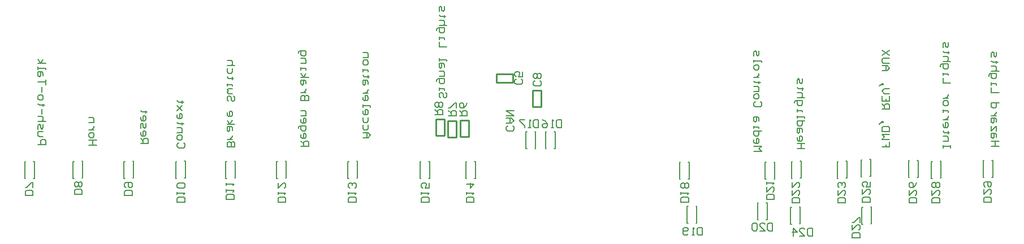
<source format=gbo>
G04 Layer_Color=32896*
%FSLAX44Y44*%
%MOMM*%
G71*
G01*
G75*
%ADD20C,0.2540*%
%ADD37C,0.1905*%
%ADD60C,0.1270*%
D20*
X729080Y198570D02*
X741580D01*
X729080D02*
Y223070D01*
X741580D01*
Y198570D02*
Y223070D01*
X873860Y266250D02*
X886360D01*
Y241750D02*
Y266250D01*
X873860Y241750D02*
X886360D01*
X873860D02*
Y266250D01*
X765910Y197300D02*
X778410D01*
X765910D02*
Y221800D01*
X778410D01*
Y197300D02*
Y221800D01*
X819600Y278230D02*
Y290730D01*
X844100D01*
Y278230D02*
Y290730D01*
X819600Y278230D02*
X844100D01*
X746860Y196030D02*
X759360D01*
X746860D02*
Y220530D01*
X759360D01*
Y196030D02*
Y220530D01*
D37*
X125726Y109220D02*
X114300D01*
Y114933D01*
X116204Y116838D01*
X123822D01*
X125726Y114933D01*
Y109220D01*
Y120646D02*
Y128264D01*
X123822D01*
X116204Y120646D01*
X114300D01*
X856612Y283207D02*
X858516Y281303D01*
Y277494D01*
X856612Y275590D01*
X848994D01*
X847090Y277494D01*
Y281303D01*
X848994Y283207D01*
X858516Y294634D02*
Y287016D01*
X852803D01*
X854707Y290825D01*
Y292729D01*
X852803Y294634D01*
X848994D01*
X847090Y292729D01*
Y288921D01*
X848994Y287016D01*
X764540Y228600D02*
X775966D01*
Y234313D01*
X774062Y236217D01*
X770253D01*
X768349Y234313D01*
Y228600D01*
Y232409D02*
X764540Y236217D01*
X775966Y247644D02*
X774062Y243835D01*
X770253Y240026D01*
X766444D01*
X764540Y241931D01*
Y245739D01*
X766444Y247644D01*
X768349D01*
X770253Y245739D01*
Y240026D01*
X748030Y228600D02*
X759456D01*
Y234313D01*
X757552Y236217D01*
X753743D01*
X751839Y234313D01*
Y228600D01*
Y232409D02*
X748030Y236217D01*
X759456Y240026D02*
Y247644D01*
X757552D01*
X749934Y240026D01*
X748030D01*
X727710Y229870D02*
X739136D01*
Y235583D01*
X737232Y237488D01*
X733423D01*
X731519Y235583D01*
Y229870D01*
Y233679D02*
X727710Y237488D01*
X737232Y241296D02*
X739136Y243201D01*
Y247010D01*
X737232Y248914D01*
X735328D01*
X733423Y247010D01*
X731519Y248914D01*
X729614D01*
X727710Y247010D01*
Y243201D01*
X729614Y241296D01*
X731519D01*
X733423Y243201D01*
X735328Y241296D01*
X737232D01*
X733423Y243201D02*
Y247010D01*
X884552Y280667D02*
X886456Y278763D01*
Y274954D01*
X884552Y273050D01*
X876934D01*
X875030Y274954D01*
Y278763D01*
X876934Y280667D01*
X884552Y284476D02*
X886456Y286381D01*
Y290189D01*
X884552Y292094D01*
X882647D01*
X880743Y290189D01*
X878839Y292094D01*
X876934D01*
X875030Y290189D01*
Y286381D01*
X876934Y284476D01*
X878839D01*
X880743Y286381D01*
X882647Y284476D01*
X884552D01*
X880743Y286381D02*
Y290189D01*
X199386Y110490D02*
X187960D01*
Y116203D01*
X189864Y118108D01*
X197482D01*
X199386Y116203D01*
Y110490D01*
X197482Y121916D02*
X199386Y123821D01*
Y127629D01*
X197482Y129534D01*
X195578D01*
X193673Y127629D01*
X191769Y129534D01*
X189864D01*
X187960Y127629D01*
Y123821D01*
X189864Y121916D01*
X191769D01*
X193673Y123821D01*
X195578Y121916D01*
X197482D01*
X193673Y123821D02*
Y127629D01*
X274316Y109220D02*
X262890D01*
Y114933D01*
X264794Y116838D01*
X272412D01*
X274316Y114933D01*
Y109220D01*
X264794Y120646D02*
X262890Y122551D01*
Y126360D01*
X264794Y128264D01*
X272412D01*
X274316Y126360D01*
Y122551D01*
X272412Y120646D01*
X270508D01*
X268603Y122551D01*
Y128264D01*
X353056Y99060D02*
X341630D01*
Y104773D01*
X343534Y106678D01*
X351152D01*
X353056Y104773D01*
Y99060D01*
X341630Y110486D02*
Y114295D01*
Y112391D01*
X353056D01*
X351152Y110486D01*
Y120008D02*
X353056Y121913D01*
Y125721D01*
X351152Y127626D01*
X343534D01*
X341630Y125721D01*
Y121913D01*
X343534Y120008D01*
X351152D01*
X426716Y102870D02*
X415290D01*
Y108583D01*
X417194Y110487D01*
X424812D01*
X426716Y108583D01*
Y102870D01*
X415290Y114296D02*
Y118105D01*
Y116201D01*
X426716D01*
X424812Y114296D01*
X415290Y123818D02*
Y127627D01*
Y125723D01*
X426716D01*
X424812Y123818D01*
X504186Y99060D02*
X492760D01*
Y104773D01*
X494664Y106678D01*
X502282D01*
X504186Y104773D01*
Y99060D01*
X492760Y110486D02*
Y114295D01*
Y112391D01*
X504186D01*
X502282Y110486D01*
X492760Y127626D02*
Y120008D01*
X500378Y127626D01*
X502282D01*
X504186Y125721D01*
Y121913D01*
X502282Y120008D01*
X609596Y99060D02*
X598170D01*
Y104773D01*
X600074Y106678D01*
X607692D01*
X609596Y104773D01*
Y99060D01*
X598170Y110486D02*
Y114295D01*
Y112391D01*
X609596D01*
X607692Y110486D01*
Y120008D02*
X609596Y121913D01*
Y125721D01*
X607692Y127626D01*
X605788D01*
X603883Y125721D01*
Y123817D01*
Y125721D01*
X601979Y127626D01*
X600074D01*
X598170Y125721D01*
Y121913D01*
X600074Y120008D01*
X786126Y99060D02*
X774700D01*
Y104773D01*
X776604Y106678D01*
X784222D01*
X786126Y104773D01*
Y99060D01*
X774700Y110486D02*
Y114295D01*
Y112391D01*
X786126D01*
X784222Y110486D01*
X774700Y125721D02*
X786126D01*
X780413Y120008D01*
Y127626D01*
X718816Y99060D02*
X707390D01*
Y104773D01*
X709294Y106678D01*
X716912D01*
X718816Y104773D01*
Y99060D01*
X707390Y110486D02*
Y114295D01*
Y112391D01*
X718816D01*
X716912Y110486D01*
X718816Y127626D02*
Y120008D01*
X713103D01*
X715007Y123817D01*
Y125721D01*
X713103Y127626D01*
X709294D01*
X707390Y125721D01*
Y121913D01*
X709294Y120008D01*
X916940Y222246D02*
Y210820D01*
X911227D01*
X909323Y212724D01*
Y220342D01*
X911227Y222246D01*
X916940D01*
X905514Y210820D02*
X901705D01*
X903609D01*
Y222246D01*
X905514Y220342D01*
X888374Y222246D02*
X892183Y220342D01*
X895992Y216533D01*
Y212724D01*
X894087Y210820D01*
X890279D01*
X888374Y212724D01*
Y214629D01*
X890279Y216533D01*
X895992D01*
X882650Y222246D02*
Y210820D01*
X876937D01*
X875033Y212724D01*
Y220342D01*
X876937Y222246D01*
X882650D01*
X871224Y210820D02*
X867415D01*
X869319D01*
Y222246D01*
X871224Y220342D01*
X861702Y222246D02*
X854084D01*
Y220342D01*
X861702Y212724D01*
Y210820D01*
X1292860Y59686D02*
Y48260D01*
X1287147D01*
X1285242Y50164D01*
Y57782D01*
X1287147Y59686D01*
X1292860D01*
X1273816Y48260D02*
X1281434D01*
X1273816Y55877D01*
Y57782D01*
X1275721Y59686D01*
X1279529D01*
X1281434Y57782D01*
X1264294Y48260D02*
Y59686D01*
X1270007Y53973D01*
X1262390D01*
X1107436Y99060D02*
X1096010D01*
Y104773D01*
X1097914Y106678D01*
X1105532D01*
X1107436Y104773D01*
Y99060D01*
X1096010Y110486D02*
Y114295D01*
Y112391D01*
X1107436D01*
X1105532Y110486D01*
Y120008D02*
X1107436Y121913D01*
Y125721D01*
X1105532Y127626D01*
X1103627D01*
X1101723Y125721D01*
X1099819Y127626D01*
X1097914D01*
X1096010Y125721D01*
Y121913D01*
X1097914Y120008D01*
X1099819D01*
X1101723Y121913D01*
X1103627Y120008D01*
X1105532D01*
X1101723Y121913D02*
Y125721D01*
X1127760Y60956D02*
Y49530D01*
X1122047D01*
X1120143Y51434D01*
Y59052D01*
X1122047Y60956D01*
X1127760D01*
X1116334Y49530D02*
X1112525D01*
X1114429D01*
Y60956D01*
X1116334Y59052D01*
X1106812Y51434D02*
X1104907Y49530D01*
X1101099D01*
X1099194Y51434D01*
Y59052D01*
X1101099Y60956D01*
X1104907D01*
X1106812Y59052D01*
Y57147D01*
X1104907Y55243D01*
X1099194D01*
X1233170Y67306D02*
Y55880D01*
X1227457D01*
X1225553Y57784D01*
Y65402D01*
X1227457Y67306D01*
X1233170D01*
X1214126Y55880D02*
X1221744D01*
X1214126Y63498D01*
Y65402D01*
X1216031Y67306D01*
X1219839D01*
X1221744Y65402D01*
X1210317D02*
X1208413Y67306D01*
X1204604D01*
X1202700Y65402D01*
Y57784D01*
X1204604Y55880D01*
X1208413D01*
X1210317Y57784D01*
Y65402D01*
X1235706Y102870D02*
X1224280D01*
Y108583D01*
X1226184Y110487D01*
X1233802D01*
X1235706Y108583D01*
Y102870D01*
X1224280Y121914D02*
Y114296D01*
X1231898Y121914D01*
X1233802D01*
X1235706Y120009D01*
Y116201D01*
X1233802Y114296D01*
X1224280Y125723D02*
Y129531D01*
Y127627D01*
X1235706D01*
X1233802Y125723D01*
X1273806Y97790D02*
X1262380D01*
Y103503D01*
X1264284Y105407D01*
X1271902D01*
X1273806Y103503D01*
Y97790D01*
X1262380Y116834D02*
Y109216D01*
X1269997Y116834D01*
X1271902D01*
X1273806Y114930D01*
Y111121D01*
X1271902Y109216D01*
X1262380Y128260D02*
Y120643D01*
X1269997Y128260D01*
X1271902D01*
X1273806Y126356D01*
Y122547D01*
X1271902Y120643D01*
X1342386Y97790D02*
X1330960D01*
Y103503D01*
X1332864Y105407D01*
X1340482D01*
X1342386Y103503D01*
Y97790D01*
X1330960Y116834D02*
Y109216D01*
X1338578Y116834D01*
X1340482D01*
X1342386Y114930D01*
Y111121D01*
X1340482Y109216D01*
Y120643D02*
X1342386Y122547D01*
Y126356D01*
X1340482Y128260D01*
X1338578D01*
X1336673Y126356D01*
Y124451D01*
Y126356D01*
X1334769Y128260D01*
X1332864D01*
X1330960Y126356D01*
Y122547D01*
X1332864Y120643D01*
X1379216Y99060D02*
X1367790D01*
Y104773D01*
X1369694Y106678D01*
X1377312D01*
X1379216Y104773D01*
Y99060D01*
X1367790Y118104D02*
Y110486D01*
X1375408Y118104D01*
X1377312D01*
X1379216Y116200D01*
Y112391D01*
X1377312Y110486D01*
X1379216Y129530D02*
Y121913D01*
X1373503D01*
X1375408Y125721D01*
Y127626D01*
X1373503Y129530D01*
X1369694D01*
X1367790Y127626D01*
Y123817D01*
X1369694Y121913D01*
X1449066Y97790D02*
X1437640D01*
Y103503D01*
X1439544Y105407D01*
X1447162D01*
X1449066Y103503D01*
Y97790D01*
X1437640Y116834D02*
Y109216D01*
X1445258Y116834D01*
X1447162D01*
X1449066Y114930D01*
Y111121D01*
X1447162Y109216D01*
X1449066Y128260D02*
X1447162Y124451D01*
X1443353Y120643D01*
X1439544D01*
X1437640Y122547D01*
Y126356D01*
X1439544Y128260D01*
X1441449D01*
X1443353Y126356D01*
Y120643D01*
X1363976Y45720D02*
X1352550D01*
Y51433D01*
X1354454Y53337D01*
X1362072D01*
X1363976Y51433D01*
Y45720D01*
X1352550Y64764D02*
Y57146D01*
X1360168Y64764D01*
X1362072D01*
X1363976Y62860D01*
Y59051D01*
X1362072Y57146D01*
X1363976Y68573D02*
Y76190D01*
X1362072D01*
X1354454Y68573D01*
X1352550D01*
X1483356Y97790D02*
X1471930D01*
Y103503D01*
X1473834Y105407D01*
X1481452D01*
X1483356Y103503D01*
Y97790D01*
X1471930Y116834D02*
Y109216D01*
X1479547Y116834D01*
X1481452D01*
X1483356Y114930D01*
Y111121D01*
X1481452Y109216D01*
Y120643D02*
X1483356Y122547D01*
Y126356D01*
X1481452Y128260D01*
X1479547D01*
X1477643Y126356D01*
X1475739Y128260D01*
X1473834D01*
X1471930Y126356D01*
Y122547D01*
X1473834Y120643D01*
X1475739D01*
X1477643Y122547D01*
X1479547Y120643D01*
X1481452D01*
X1477643Y122547D02*
Y126356D01*
X1560826Y99060D02*
X1549400D01*
Y104773D01*
X1551304Y106678D01*
X1558922D01*
X1560826Y104773D01*
Y99060D01*
X1549400Y118104D02*
Y110486D01*
X1557018Y118104D01*
X1558922D01*
X1560826Y116200D01*
Y112391D01*
X1558922Y110486D01*
X1551304Y121913D02*
X1549400Y123817D01*
Y127626D01*
X1551304Y129530D01*
X1558922D01*
X1560826Y127626D01*
Y123817D01*
X1558922Y121913D01*
X1557018D01*
X1555113Y123817D01*
Y129530D01*
X1572256Y182880D02*
X1560830D01*
X1566543D01*
Y190497D01*
X1572256D01*
X1560830D01*
X1568448Y196211D02*
Y200019D01*
X1566543Y201924D01*
X1560830D01*
Y196211D01*
X1562734Y194306D01*
X1564639Y196211D01*
Y201924D01*
X1568448Y205733D02*
Y213350D01*
X1560830Y205733D01*
Y213350D01*
X1568448Y219063D02*
Y222872D01*
X1566543Y224776D01*
X1560830D01*
Y219063D01*
X1562734Y217159D01*
X1564639Y219063D01*
Y224776D01*
X1568448Y228585D02*
X1560830D01*
X1564639D01*
X1566543Y230490D01*
X1568448Y232394D01*
Y234298D01*
X1572256Y247629D02*
X1560830D01*
Y241916D01*
X1562734Y240012D01*
X1566543D01*
X1568448Y241916D01*
Y247629D01*
X1572256Y262864D02*
X1560830D01*
Y270482D01*
Y274291D02*
Y278099D01*
Y276195D01*
X1568448D01*
Y274291D01*
X1557021Y287621D02*
Y289526D01*
X1558926Y291430D01*
X1568448D01*
Y285717D01*
X1566543Y283813D01*
X1562734D01*
X1560830Y285717D01*
Y291430D01*
X1572256Y295239D02*
X1560830D01*
X1566543D01*
X1568448Y297143D01*
Y300952D01*
X1566543Y302856D01*
X1560830D01*
X1570352Y308570D02*
X1568448D01*
Y306665D01*
Y310474D01*
Y308570D01*
X1562734D01*
X1560830Y310474D01*
Y316187D02*
Y321900D01*
X1562734Y323805D01*
X1564639Y321900D01*
Y318091D01*
X1566543Y316187D01*
X1568448Y318091D01*
Y323805D01*
X1499866Y180340D02*
Y184149D01*
Y182244D01*
X1488440D01*
Y180340D01*
Y184149D01*
Y189862D02*
X1496057D01*
Y195575D01*
X1494153Y197479D01*
X1488440D01*
X1497962Y203193D02*
X1496057D01*
Y201288D01*
Y205097D01*
Y203193D01*
X1490344D01*
X1488440Y205097D01*
Y216523D02*
Y212715D01*
X1490344Y210810D01*
X1494153D01*
X1496057Y212715D01*
Y216523D01*
X1494153Y218428D01*
X1492249D01*
Y210810D01*
X1496057Y222236D02*
X1488440D01*
X1492249D01*
X1494153Y224141D01*
X1496057Y226045D01*
Y227950D01*
X1488440Y233663D02*
Y237472D01*
Y235567D01*
X1496057D01*
Y233663D01*
X1488440Y245089D02*
Y248898D01*
X1490344Y250802D01*
X1494153D01*
X1496057Y248898D01*
Y245089D01*
X1494153Y243185D01*
X1490344D01*
X1488440Y245089D01*
X1496057Y254611D02*
X1488440D01*
X1492249D01*
X1494153Y256515D01*
X1496057Y258420D01*
Y260324D01*
X1499866Y277464D02*
X1488440D01*
Y285081D01*
Y288890D02*
Y292699D01*
Y290794D01*
X1496057D01*
Y288890D01*
X1484631Y302221D02*
Y304125D01*
X1486536Y306029D01*
X1496057D01*
Y300316D01*
X1494153Y298412D01*
X1490344D01*
X1488440Y300316D01*
Y306029D01*
X1499866Y309838D02*
X1488440D01*
X1494153D01*
X1496057Y311743D01*
Y315551D01*
X1494153Y317456D01*
X1488440D01*
X1497962Y323169D02*
X1496057D01*
Y321265D01*
Y325073D01*
Y323169D01*
X1490344D01*
X1488440Y325073D01*
Y330787D02*
Y336500D01*
X1490344Y338404D01*
X1492249Y336500D01*
Y332691D01*
X1494153Y330787D01*
X1496057Y332691D01*
Y338404D01*
X1408426Y189228D02*
Y181610D01*
X1402713D01*
Y185419D01*
Y181610D01*
X1397000D01*
X1408426Y193036D02*
X1397000D01*
X1400809Y196845D01*
X1397000Y200654D01*
X1408426D01*
Y204463D02*
X1397000D01*
Y210176D01*
X1398904Y212080D01*
X1406522D01*
X1408426Y210176D01*
Y204463D01*
X1395096Y217793D02*
X1397000Y219698D01*
X1398904D01*
Y217793D01*
X1397000D01*
Y219698D01*
X1395096Y217793D01*
X1393191Y215889D01*
X1397000Y238742D02*
X1408426D01*
Y244455D01*
X1406522Y246359D01*
X1402713D01*
X1400809Y244455D01*
Y238742D01*
Y242550D02*
X1397000Y246359D01*
X1408426Y257785D02*
Y250168D01*
X1397000D01*
Y257785D01*
X1402713Y250168D02*
Y253977D01*
X1408426Y261594D02*
X1400809D01*
X1397000Y265403D01*
X1400809Y269212D01*
X1408426D01*
X1395096Y274925D02*
X1397000Y276829D01*
X1398904D01*
Y274925D01*
X1397000D01*
Y276829D01*
X1395096Y274925D01*
X1393191Y273020D01*
X1397000Y295873D02*
X1404617D01*
X1408426Y299682D01*
X1404617Y303491D01*
X1397000D01*
X1402713D01*
Y295873D01*
X1408426Y307299D02*
X1398904D01*
X1397000Y309204D01*
Y313013D01*
X1398904Y314917D01*
X1408426D01*
Y318726D02*
X1397000Y326343D01*
X1408426D02*
X1397000Y318726D01*
X1281426Y179070D02*
X1270000D01*
X1275713D01*
Y186688D01*
X1281426D01*
X1270000D01*
Y196210D02*
Y192401D01*
X1271904Y190496D01*
X1275713D01*
X1277617Y192401D01*
Y196210D01*
X1275713Y198114D01*
X1273809D01*
Y190496D01*
X1277617Y203827D02*
Y207636D01*
X1275713Y209540D01*
X1270000D01*
Y203827D01*
X1271904Y201923D01*
X1273809Y203827D01*
Y209540D01*
X1281426Y220966D02*
X1270000D01*
Y215253D01*
X1271904Y213349D01*
X1275713D01*
X1277617Y215253D01*
Y220966D01*
X1270000Y224775D02*
Y228584D01*
Y226680D01*
X1281426D01*
Y224775D01*
X1270000Y234297D02*
Y238106D01*
Y236202D01*
X1277617D01*
Y234297D01*
X1266191Y247628D02*
Y249532D01*
X1268096Y251437D01*
X1277617D01*
Y245723D01*
X1275713Y243819D01*
X1271904D01*
X1270000Y245723D01*
Y251437D01*
X1281426Y255245D02*
X1270000D01*
X1275713D01*
X1277617Y257150D01*
Y260959D01*
X1275713Y262863D01*
X1270000D01*
X1279522Y268576D02*
X1277617D01*
Y266672D01*
Y270480D01*
Y268576D01*
X1271904D01*
X1270000Y270480D01*
Y276194D02*
Y281907D01*
X1271904Y283811D01*
X1273809Y281907D01*
Y278098D01*
X1275713Y276194D01*
X1277617Y278098D01*
Y283811D01*
X1205230Y175260D02*
X1216656D01*
X1212848Y179069D01*
X1216656Y182878D01*
X1205230D01*
Y192400D02*
Y188591D01*
X1207134Y186686D01*
X1210943D01*
X1212848Y188591D01*
Y192400D01*
X1210943Y194304D01*
X1209039D01*
Y186686D01*
X1216656Y205730D02*
X1205230D01*
Y200017D01*
X1207134Y198113D01*
X1210943D01*
X1212848Y200017D01*
Y205730D01*
X1205230Y209539D02*
Y213348D01*
Y211443D01*
X1212848D01*
Y209539D01*
Y220965D02*
Y224774D01*
X1210943Y226678D01*
X1205230D01*
Y220965D01*
X1207134Y219061D01*
X1209039Y220965D01*
Y226678D01*
X1214752Y249531D02*
X1216656Y247627D01*
Y243818D01*
X1214752Y241914D01*
X1207134D01*
X1205230Y243818D01*
Y247627D01*
X1207134Y249531D01*
X1205230Y255244D02*
Y259053D01*
X1207134Y260957D01*
X1210943D01*
X1212848Y259053D01*
Y255244D01*
X1210943Y253340D01*
X1207134D01*
X1205230Y255244D01*
Y264766D02*
X1212848D01*
Y270479D01*
X1210943Y272384D01*
X1205230D01*
X1214752Y278097D02*
X1212848D01*
Y276192D01*
Y280001D01*
Y278097D01*
X1207134D01*
X1205230Y280001D01*
X1212848Y285714D02*
X1205230D01*
X1209039D01*
X1210943Y287619D01*
X1212848Y289523D01*
Y291427D01*
X1205230Y299045D02*
Y302854D01*
X1207134Y304758D01*
X1210943D01*
X1212848Y302854D01*
Y299045D01*
X1210943Y297141D01*
X1207134D01*
X1205230Y299045D01*
Y308567D02*
Y312376D01*
Y310471D01*
X1216656D01*
Y308567D01*
X1205230Y318089D02*
Y323802D01*
X1207134Y325706D01*
X1209039Y323802D01*
Y319993D01*
X1210943Y318089D01*
X1212848Y319993D01*
Y325706D01*
X843912Y213358D02*
X845816Y211453D01*
Y207644D01*
X843912Y205740D01*
X836294D01*
X834390Y207644D01*
Y211453D01*
X836294Y213358D01*
X834390Y217166D02*
X842008D01*
X845816Y220975D01*
X842008Y224784D01*
X834390D01*
X840103D01*
Y217166D01*
X834390Y228593D02*
X845816D01*
X834390Y236210D01*
X845816D01*
X743582Y262887D02*
X745486Y260983D01*
Y257174D01*
X743582Y255270D01*
X741677D01*
X739773Y257174D01*
Y260983D01*
X737869Y262887D01*
X735964D01*
X734060Y260983D01*
Y257174D01*
X735964Y255270D01*
X734060Y266696D02*
Y270505D01*
Y268601D01*
X741677D01*
Y266696D01*
X730251Y280027D02*
Y281931D01*
X732156Y283836D01*
X741677D01*
Y278123D01*
X739773Y276218D01*
X735964D01*
X734060Y278123D01*
Y283836D01*
Y287645D02*
X741677D01*
Y293358D01*
X739773Y295262D01*
X734060D01*
X741677Y300975D02*
Y304784D01*
X739773Y306688D01*
X734060D01*
Y300975D01*
X735964Y299071D01*
X737869Y300975D01*
Y306688D01*
X734060Y310497D02*
Y314306D01*
Y312402D01*
X745486D01*
Y310497D01*
Y331445D02*
X734060D01*
Y339063D01*
Y342872D02*
Y346680D01*
Y344776D01*
X741677D01*
Y342872D01*
X730251Y356203D02*
Y358107D01*
X732156Y360011D01*
X741677D01*
Y354298D01*
X739773Y352394D01*
X735964D01*
X734060Y354298D01*
Y360011D01*
X745486Y363820D02*
X734060D01*
X739773D01*
X741677Y365724D01*
Y369533D01*
X739773Y371437D01*
X734060D01*
X743582Y377151D02*
X741677D01*
Y375246D01*
Y379055D01*
Y377151D01*
X735964D01*
X734060Y379055D01*
Y384768D02*
Y390481D01*
X735964Y392386D01*
X737869Y390481D01*
Y386673D01*
X739773Y384768D01*
X741677Y386673D01*
Y392386D01*
X619760Y195580D02*
X627378D01*
X631186Y199389D01*
X627378Y203197D01*
X619760D01*
X625473D01*
Y195580D01*
X627378Y214624D02*
Y208911D01*
X625473Y207006D01*
X621664D01*
X619760Y208911D01*
Y214624D01*
X627378Y226050D02*
Y220337D01*
X625473Y218433D01*
X621664D01*
X619760Y220337D01*
Y226050D01*
Y235572D02*
Y231763D01*
X621664Y229859D01*
X625473D01*
X627378Y231763D01*
Y235572D01*
X625473Y237477D01*
X623569D01*
Y229859D01*
X619760Y241285D02*
Y245094D01*
Y243190D01*
X631186D01*
Y241285D01*
X619760Y256520D02*
Y252712D01*
X621664Y250807D01*
X625473D01*
X627378Y252712D01*
Y256520D01*
X625473Y258425D01*
X623569D01*
Y250807D01*
X627378Y262234D02*
X619760D01*
X623569D01*
X625473Y264138D01*
X627378Y266042D01*
Y267947D01*
Y275564D02*
Y279373D01*
X625473Y281277D01*
X619760D01*
Y275564D01*
X621664Y273660D01*
X623569Y275564D01*
Y281277D01*
X629282Y286991D02*
X627378D01*
Y285086D01*
Y288895D01*
Y286991D01*
X621664D01*
X619760Y288895D01*
Y294608D02*
Y298417D01*
Y296513D01*
X627378D01*
Y294608D01*
X619760Y306034D02*
Y309843D01*
X621664Y311747D01*
X625473D01*
X627378Y309843D01*
Y306034D01*
X625473Y304130D01*
X621664D01*
X619760Y306034D01*
Y315556D02*
X627378D01*
Y321269D01*
X625473Y323174D01*
X619760D01*
X527050Y182880D02*
X538476D01*
Y188593D01*
X536572Y190497D01*
X532763D01*
X530859Y188593D01*
Y182880D01*
Y186689D02*
X527050Y190497D01*
Y200019D02*
Y196211D01*
X528954Y194306D01*
X532763D01*
X534668Y196211D01*
Y200019D01*
X532763Y201924D01*
X530859D01*
Y194306D01*
X523241Y209541D02*
Y211446D01*
X525146Y213350D01*
X534668D01*
Y207637D01*
X532763Y205733D01*
X528954D01*
X527050Y207637D01*
Y213350D01*
Y222872D02*
Y219063D01*
X528954Y217159D01*
X532763D01*
X534668Y219063D01*
Y222872D01*
X532763Y224776D01*
X530859D01*
Y217159D01*
X527050Y228585D02*
X534668D01*
Y234298D01*
X532763Y236203D01*
X527050D01*
X538476Y251438D02*
X527050D01*
Y257151D01*
X528954Y259055D01*
X530859D01*
X532763Y257151D01*
Y251438D01*
Y257151D01*
X534668Y259055D01*
X536572D01*
X538476Y257151D01*
Y251438D01*
X534668Y262864D02*
X527050D01*
X530859D01*
X532763Y264769D01*
X534668Y266673D01*
Y268577D01*
Y276195D02*
Y280004D01*
X532763Y281908D01*
X527050D01*
Y276195D01*
X528954Y274291D01*
X530859Y276195D01*
Y281908D01*
X527050Y285717D02*
X538476D01*
X530859D02*
X534668Y291430D01*
X530859Y285717D02*
X527050Y291430D01*
Y297143D02*
Y300952D01*
Y299048D01*
X534668D01*
Y297143D01*
X527050Y306665D02*
X534668D01*
Y312378D01*
X532763Y314283D01*
X527050D01*
X523241Y321900D02*
Y323805D01*
X525146Y325709D01*
X534668D01*
Y319996D01*
X532763Y318091D01*
X528954D01*
X527050Y319996D01*
Y325709D01*
X427986Y181610D02*
X416560D01*
Y187323D01*
X418464Y189228D01*
X420369D01*
X422273Y187323D01*
Y181610D01*
Y187323D01*
X424178Y189228D01*
X426082D01*
X427986Y187323D01*
Y181610D01*
X424178Y193036D02*
X416560D01*
X420369D01*
X422273Y194941D01*
X424178Y196845D01*
Y198750D01*
Y206367D02*
Y210176D01*
X422273Y212080D01*
X416560D01*
Y206367D01*
X418464Y204463D01*
X420369Y206367D01*
Y212080D01*
X416560Y215889D02*
X427986D01*
X420369D02*
X424178Y221602D01*
X420369Y215889D02*
X416560Y221602D01*
Y233028D02*
Y229220D01*
X418464Y227315D01*
X422273D01*
X424178Y229220D01*
Y233028D01*
X422273Y234933D01*
X420369D01*
Y227315D01*
X426082Y257785D02*
X427986Y255881D01*
Y252072D01*
X426082Y250168D01*
X424178D01*
X422273Y252072D01*
Y255881D01*
X420369Y257785D01*
X418464D01*
X416560Y255881D01*
Y252072D01*
X418464Y250168D01*
X424178Y261594D02*
X418464D01*
X416560Y263499D01*
X418464Y265403D01*
X416560Y267307D01*
X418464Y269212D01*
X424178D01*
X416560Y273020D02*
Y276829D01*
Y274925D01*
X424178D01*
Y273020D01*
X426082Y284447D02*
X424178D01*
Y282542D01*
Y286351D01*
Y284447D01*
X418464D01*
X416560Y286351D01*
X424178Y299682D02*
Y293969D01*
X422273Y292064D01*
X418464D01*
X416560Y293969D01*
Y299682D01*
X427986Y303491D02*
X416560D01*
X422273D01*
X424178Y305395D01*
Y309204D01*
X422273Y311108D01*
X416560D01*
X351152Y187957D02*
X353056Y186053D01*
Y182244D01*
X351152Y180340D01*
X343534D01*
X341630Y182244D01*
Y186053D01*
X343534Y187957D01*
X341630Y193671D02*
Y197479D01*
X343534Y199384D01*
X347343D01*
X349248Y197479D01*
Y193671D01*
X347343Y191766D01*
X343534D01*
X341630Y193671D01*
Y203193D02*
X349248D01*
Y208906D01*
X347343Y210810D01*
X341630D01*
X351152Y216523D02*
X349248D01*
Y214619D01*
Y218428D01*
Y216523D01*
X343534D01*
X341630Y218428D01*
Y229854D02*
Y226045D01*
X343534Y224141D01*
X347343D01*
X349248Y226045D01*
Y229854D01*
X347343Y231758D01*
X345439D01*
Y224141D01*
X349248Y235567D02*
X341630Y243185D01*
X345439Y239376D01*
X349248Y243185D01*
X341630Y235567D01*
X351152Y248898D02*
X349248D01*
Y246994D01*
Y250802D01*
Y248898D01*
X343534D01*
X341630Y250802D01*
X287020Y186690D02*
X298446D01*
Y192403D01*
X296542Y194307D01*
X292733D01*
X290829Y192403D01*
Y186690D01*
Y190499D02*
X287020Y194307D01*
Y203829D02*
Y200021D01*
X288924Y198116D01*
X292733D01*
X294638Y200021D01*
Y203829D01*
X292733Y205734D01*
X290829D01*
Y198116D01*
X287020Y209543D02*
Y215256D01*
X288924Y217160D01*
X290829Y215256D01*
Y211447D01*
X292733Y209543D01*
X294638Y211447D01*
Y217160D01*
X287020Y226682D02*
Y222873D01*
X288924Y220969D01*
X292733D01*
X294638Y222873D01*
Y226682D01*
X292733Y228587D01*
X290829D01*
Y220969D01*
X296542Y234300D02*
X294638D01*
Y232395D01*
Y236204D01*
Y234300D01*
X288924D01*
X287020Y236204D01*
X220976Y184150D02*
X209550D01*
X215263D01*
Y191768D01*
X220976D01*
X209550D01*
Y197481D02*
Y201290D01*
X211454Y203194D01*
X215263D01*
X217167Y201290D01*
Y197481D01*
X215263Y195576D01*
X211454D01*
X209550Y197481D01*
X217167Y207003D02*
X209550D01*
X213359D01*
X215263Y208907D01*
X217167Y210811D01*
Y212716D01*
X209550Y218429D02*
X217167D01*
Y224142D01*
X215263Y226047D01*
X209550D01*
X133350Y185420D02*
X144776D01*
Y191133D01*
X142872Y193037D01*
X139063D01*
X137159Y191133D01*
Y185420D01*
X140968Y196846D02*
X135254D01*
X133350Y198751D01*
Y204464D01*
X140968D01*
X133350Y208273D02*
Y213986D01*
X135254Y215890D01*
X137159Y213986D01*
Y210177D01*
X139063Y208273D01*
X140968Y210177D01*
Y215890D01*
X144776Y219699D02*
X133350D01*
X139063D01*
X140968Y221603D01*
Y225412D01*
X139063Y227316D01*
X133350D01*
X139063Y231125D02*
Y238743D01*
X142872Y244456D02*
X140968D01*
Y242552D01*
Y246360D01*
Y244456D01*
X135254D01*
X133350Y246360D01*
Y253978D02*
Y257787D01*
X135254Y259691D01*
X139063D01*
X140968Y257787D01*
Y253978D01*
X139063Y252073D01*
X135254D01*
X133350Y253978D01*
X139063Y263500D02*
Y271117D01*
X144776Y274926D02*
Y282544D01*
Y278735D01*
X133350D01*
X140968Y288257D02*
Y292066D01*
X139063Y293970D01*
X133350D01*
Y288257D01*
X135254Y286353D01*
X137159Y288257D01*
Y293970D01*
X133350Y297779D02*
Y301588D01*
Y299683D01*
X144776D01*
Y297779D01*
X133350Y307301D02*
X144776D01*
X137159D02*
X140968Y313014D01*
X137159Y307301D02*
X133350Y313014D01*
D60*
X718312Y160020D02*
X719582D01*
X705358Y134366D02*
X706628D01*
X705358Y159766D02*
X706628D01*
X718312Y134620D02*
X719582D01*
X705358Y134366D02*
Y159766D01*
X719582Y134620D02*
Y160020D01*
X597408Y134620D02*
X598678D01*
X610362Y160274D02*
X611632D01*
X610362Y134874D02*
X611632D01*
X597408Y160020D02*
X598678D01*
X611632Y134874D02*
Y160274D01*
X597408Y134620D02*
Y160020D01*
X490728Y134620D02*
X491998D01*
X503682Y160274D02*
X504952D01*
X503682Y134874D02*
X504952D01*
X490728Y160020D02*
X491998D01*
X504952Y134874D02*
Y160274D01*
X490728Y134620D02*
Y160020D01*
X414528Y134620D02*
X415798D01*
X427482Y160274D02*
X428752D01*
X427482Y134874D02*
X428752D01*
X414528Y160020D02*
X415798D01*
X428752Y134874D02*
Y160274D01*
X414528Y134620D02*
Y160020D01*
X339598Y134620D02*
X340868D01*
X352552Y160274D02*
X353822D01*
X352552Y134874D02*
X353822D01*
X339598Y160020D02*
X340868D01*
X353822Y134874D02*
Y160274D01*
X339598Y134620D02*
Y160020D01*
X185928Y134620D02*
X187198D01*
X198882Y160274D02*
X200152D01*
X198882Y134874D02*
X200152D01*
X185928Y160020D02*
X187198D01*
X200152Y134874D02*
Y160274D01*
X185928Y134620D02*
Y160020D01*
X1436878Y135890D02*
X1438148D01*
X1449832Y161544D02*
X1451102D01*
X1449832Y136144D02*
X1451102D01*
X1436878Y161290D02*
X1438148D01*
X1451102Y136144D02*
Y161544D01*
X1436878Y135890D02*
Y161290D01*
X1548638Y135890D02*
X1549908D01*
X1561592Y161544D02*
X1562862D01*
X1561592Y136144D02*
X1562862D01*
X1548638Y161290D02*
X1549908D01*
X1562862Y136144D02*
Y161544D01*
X1548638Y135890D02*
Y161290D01*
X1471168Y134620D02*
X1472438D01*
X1484122Y160274D02*
X1485392D01*
X1484122Y134874D02*
X1485392D01*
X1471168Y160020D02*
X1472438D01*
X1485392Y134874D02*
Y160274D01*
X1471168Y134620D02*
Y160020D01*
X1367028Y66040D02*
X1368298D01*
X1379982Y91694D02*
X1381252D01*
X1379982Y66294D02*
X1381252D01*
X1367028Y91440D02*
X1368298D01*
X1381252Y66294D02*
Y91694D01*
X1367028Y66040D02*
Y91440D01*
X1365758Y137160D02*
X1367028D01*
X1378712Y162814D02*
X1379982D01*
X1378712Y137414D02*
X1379982D01*
X1365758Y162560D02*
X1367028D01*
X1379982Y137414D02*
Y162814D01*
X1365758Y137160D02*
Y162560D01*
X1260348Y66040D02*
X1261618D01*
X1273302Y91694D02*
X1274572D01*
X1273302Y66294D02*
X1274572D01*
X1260348Y91440D02*
X1261618D01*
X1274572Y66294D02*
Y91694D01*
X1260348Y66040D02*
Y91440D01*
X864108Y179070D02*
X865378D01*
X877062Y204724D02*
X878332D01*
X877062Y179324D02*
X878332D01*
X864108Y204470D02*
X865378D01*
X878332Y179324D02*
Y204724D01*
X864108Y179070D02*
Y204470D01*
X127762Y134620D02*
Y160020D01*
X113538Y134366D02*
Y159766D01*
X126492Y134620D02*
X127762D01*
X113538Y159766D02*
X114808D01*
X113538Y134366D02*
X114808D01*
X126492Y160020D02*
X127762D01*
X786892D02*
X788162D01*
X773938Y134366D02*
X775208D01*
X773938Y159766D02*
X775208D01*
X786892Y134620D02*
X788162D01*
X773938Y134366D02*
Y159766D01*
X788162Y134620D02*
Y160020D01*
X262128Y134620D02*
X263398D01*
X275082Y160274D02*
X276352D01*
X275082Y134874D02*
X276352D01*
X262128Y160020D02*
X263398D01*
X276352Y134874D02*
Y160274D01*
X262128Y134620D02*
Y160020D01*
X1093978Y133350D02*
X1095248D01*
X1106932Y159004D02*
X1108202D01*
X1106932Y133604D02*
X1108202D01*
X1093978Y158750D02*
X1095248D01*
X1108202Y133604D02*
Y159004D01*
X1093978Y133350D02*
Y158750D01*
X1210818Y72390D02*
X1212088D01*
X1223772Y98044D02*
X1225042D01*
X1223772Y72644D02*
X1225042D01*
X1210818Y97790D02*
X1212088D01*
X1225042Y72644D02*
Y98044D01*
X1210818Y72390D02*
Y97790D01*
X1235202Y158750D02*
X1236472D01*
X1222248Y133096D02*
X1223518D01*
X1222248Y158496D02*
X1223518D01*
X1235202Y133350D02*
X1236472D01*
X1222248Y133096D02*
Y158496D01*
X1236472Y133350D02*
Y158750D01*
X1261618Y134620D02*
X1262888D01*
X1274572Y160274D02*
X1275842D01*
X1274572Y134874D02*
X1275842D01*
X1261618Y160020D02*
X1262888D01*
X1275842Y134874D02*
Y160274D01*
X1261618Y134620D02*
Y160020D01*
X1105408Y67310D02*
X1106678D01*
X1118362Y92964D02*
X1119632D01*
X1118362Y67564D02*
X1119632D01*
X1105408Y92710D02*
X1106678D01*
X1119632Y67564D02*
Y92964D01*
X1105408Y67310D02*
Y92710D01*
X906272Y204470D02*
X907542D01*
X893318Y178816D02*
X894588D01*
X893318Y204216D02*
X894588D01*
X906272Y179070D02*
X907542D01*
X893318Y178816D02*
Y204216D01*
X907542Y179070D02*
Y204470D01*
X1330198Y134620D02*
X1331468D01*
X1343152Y160274D02*
X1344422D01*
X1343152Y134874D02*
X1344422D01*
X1330198Y160020D02*
X1331468D01*
X1344422Y134874D02*
Y160274D01*
X1330198Y134620D02*
Y160020D01*
M02*

</source>
